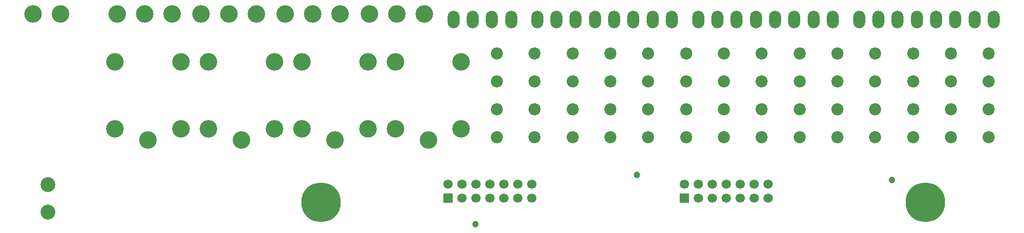
<source format=gbr>
%FSTAX42Y42*%
%MOMM*%
%SFA1B1*%

%IPPOS*%
%ADD29C,2.699995*%
%ADD30O,2.199996X3.199994*%
%ADD31C,3.199994*%
%ADD32C,2.199996*%
%ADD33R,1.699997X1.699997*%
%ADD34C,1.699997*%
%ADD35C,7.199986*%
%ADD36C,1.199998*%
%LNpcb_monitoring_bott_back-1*%
%LPD*%
G54D29*
X004029Y000572D03*
Y000072D03*
G54D30*
X012456Y003574D03*
X012106D03*
X011756D03*
X011406D03*
X021239D03*
X020889D03*
X020539D03*
X020189D03*
X019839D03*
X019489D03*
X019139D03*
X018789D03*
X018311D03*
X017961D03*
X017611D03*
X017261D03*
X016911D03*
X016561D03*
X016211D03*
X015861D03*
X015381D03*
X015031D03*
X014681D03*
X014331D03*
X013981D03*
X013631D03*
X013281D03*
X012931D03*
G54D31*
X009849Y002809D03*
X008649D03*
X009249Y001389D03*
X009849Y001589D03*
X008649D03*
X011549Y002809D03*
X010349D03*
X010949Y001389D03*
X011549Y001589D03*
X010349D03*
X010377Y003677D03*
X009877D03*
X010877D03*
X008847D03*
X008347D03*
X009347D03*
X006449Y002809D03*
X005249D03*
X005849Y001389D03*
X006449Y001589D03*
X005249D03*
X008149Y002809D03*
X006949D03*
X007549Y001389D03*
X008149Y001589D03*
X006949D03*
X007317Y003677D03*
X006817D03*
X007817D03*
X005787D03*
X005287D03*
X006287D03*
X004259D03*
X003759D03*
G54D32*
X017018Y001945D03*
Y002453D03*
Y002961D03*
Y001437D03*
X017707Y001945D03*
Y002453D03*
Y002961D03*
Y001437D03*
X020461D03*
Y002961D03*
Y002453D03*
Y001945D03*
X021149Y001437D03*
Y002961D03*
Y002453D03*
Y001945D03*
X019772Y001437D03*
Y002961D03*
Y002453D03*
Y001945D03*
X019084Y001437D03*
Y002961D03*
Y002453D03*
Y001945D03*
X018395Y001437D03*
Y002961D03*
Y002453D03*
Y001945D03*
X01633Y001437D03*
Y002961D03*
Y002453D03*
Y001945D03*
X015641Y001437D03*
Y002961D03*
Y002453D03*
Y001945D03*
X014953Y001437D03*
Y002961D03*
Y002453D03*
Y001945D03*
X014264D03*
Y002453D03*
Y002961D03*
Y001437D03*
X013576Y001945D03*
Y002453D03*
Y002961D03*
Y001437D03*
X012887Y001945D03*
Y002453D03*
Y002961D03*
Y001437D03*
X012199Y001945D03*
Y002453D03*
Y002961D03*
Y001437D03*
G54D33*
X015606Y000324D03*
X011306D03*
G54D34*
X015606Y000578D03*
X01586Y000324D03*
Y000578D03*
X016114Y000324D03*
Y000578D03*
X016368Y000324D03*
Y000578D03*
X016622Y000324D03*
Y000578D03*
X016876D03*
Y000324D03*
X01713Y000578D03*
Y000324D03*
X011306Y000578D03*
X01156Y000324D03*
Y000578D03*
X011814Y000324D03*
Y000578D03*
X012068Y000324D03*
Y000578D03*
X012322Y000324D03*
Y000578D03*
X012576D03*
Y000324D03*
X01283Y000578D03*
Y000324D03*
G54D35*
X019999Y000249D03*
X008999D03*
G54D36*
X011811Y-000147D03*
X019382Y000654D03*
X014749Y000749D03*
M02*
</source>
